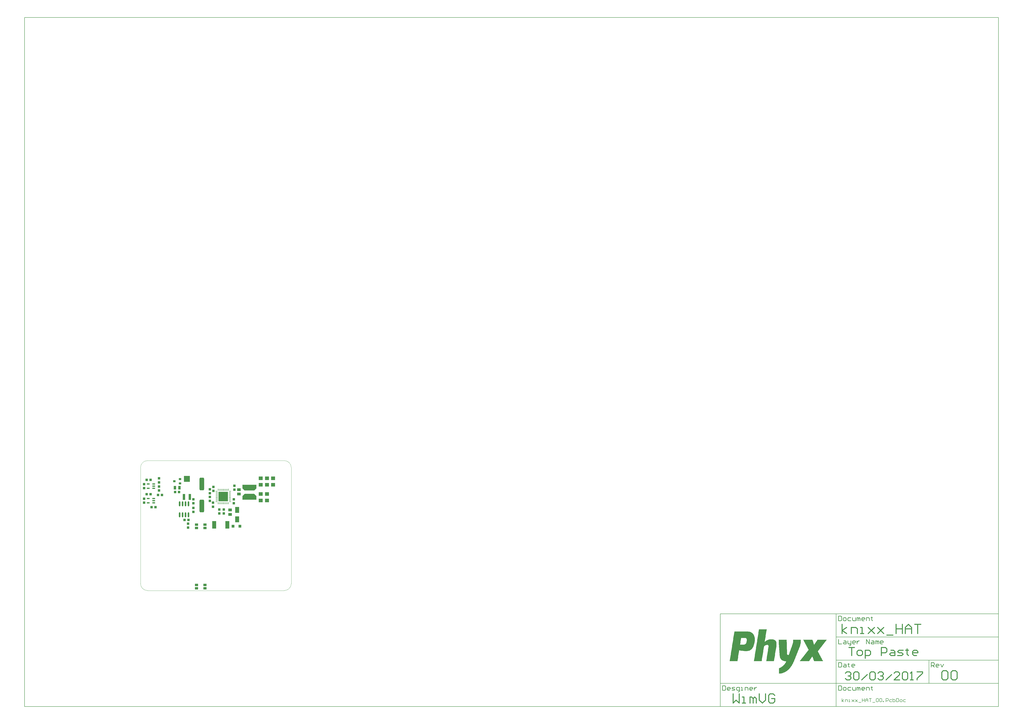
<source format=gtp>
G04 Layer_Color=8421504*
%FSLAX25Y25*%
%MOIN*%
G70*
G01*
G75*
%ADD11C,0.00787*%
%ADD14R,0.05512X0.04134*%
%ADD15R,0.09842X0.09842*%
%ADD16R,0.03937X0.09842*%
%ADD17R,0.03937X0.05905*%
%ADD18R,0.06693X0.10236*%
%ADD19O,0.02362X0.08661*%
%ADD20R,0.04331X0.03937*%
%ADD21R,0.03937X0.04331*%
%ADD22R,0.04528X0.02362*%
%ADD23R,0.07087X0.06299*%
%ADD24R,0.05905X0.05118*%
%ADD25R,0.23622X0.04724*%
%ADD26R,0.07087X0.12598*%
%ADD27R,0.04921X0.04803*%
%ADD28O,0.00984X0.03347*%
%ADD29O,0.00984X0.03543*%
%ADD30O,0.03347X0.00984*%
%ADD31O,0.03543X0.00984*%
%ADD32R,0.16142X0.16142*%
G04:AMPARAMS|DCode=33|XSize=216.54mil|YSize=78.74mil|CornerRadius=19.68mil|HoleSize=0mil|Usage=FLASHONLY|Rotation=270.000|XOffset=0mil|YOffset=0mil|HoleType=Round|Shape=RoundedRectangle|*
%AMROUNDEDRECTD33*
21,1,0.21654,0.03937,0,0,270.0*
21,1,0.17716,0.07874,0,0,270.0*
1,1,0.03937,-0.01968,-0.08858*
1,1,0.03937,-0.01968,0.08858*
1,1,0.03937,0.01968,0.08858*
1,1,0.03937,0.01968,-0.08858*
%
%ADD33ROUNDEDRECTD33*%
%ADD34R,0.03937X0.03347*%
%ADD35R,0.03937X0.03347*%
%ADD36C,0.01575*%
%ADD37C,0.00394*%
%ADD38C,0.00984*%
G36*
X196653Y70866D02*
X193110Y67323D01*
X176575D01*
X173031Y70866D01*
Y77165D01*
X196653D01*
Y70866D01*
D02*
G37*
G36*
Y58268D02*
Y51968D01*
X173031D01*
Y58268D01*
X176575Y61811D01*
X193110D01*
X196653Y58268D01*
D02*
G37*
G36*
X1165172Y-186079D02*
X1164886D01*
Y-186365D01*
X1164599D01*
Y-186652D01*
Y-186938D01*
X1164313D01*
Y-187224D01*
X1164027D01*
Y-187511D01*
X1163740D01*
Y-187797D01*
Y-188083D01*
X1163454D01*
Y-188370D01*
X1163168D01*
Y-188656D01*
X1162881D01*
Y-188942D01*
X1162595D01*
Y-189229D01*
Y-189515D01*
X1162309D01*
Y-189801D01*
X1162022D01*
Y-190088D01*
X1161736D01*
Y-190374D01*
Y-190660D01*
X1161450D01*
Y-190946D01*
X1161163D01*
Y-191233D01*
X1160877D01*
Y-191519D01*
X1160591D01*
Y-191806D01*
Y-192092D01*
X1160305D01*
Y-192378D01*
X1160018D01*
Y-192664D01*
X1159732D01*
Y-192951D01*
Y-193237D01*
X1159445D01*
Y-193523D01*
X1159159D01*
Y-193810D01*
X1158873D01*
Y-194096D01*
Y-194382D01*
X1158587D01*
Y-194669D01*
X1158300D01*
Y-194955D01*
X1158014D01*
Y-195241D01*
X1157728D01*
Y-195528D01*
Y-195814D01*
X1157441D01*
Y-196100D01*
X1157155D01*
Y-196387D01*
X1156869D01*
Y-196673D01*
Y-196959D01*
X1156582D01*
Y-197245D01*
X1156296D01*
Y-197532D01*
X1156010D01*
Y-197818D01*
Y-198104D01*
X1155723D01*
Y-198391D01*
X1155437D01*
Y-198677D01*
X1155151D01*
Y-198963D01*
X1154865D01*
Y-199250D01*
Y-199536D01*
X1154578D01*
Y-199822D01*
X1154292D01*
Y-200109D01*
X1154006D01*
Y-200395D01*
Y-200681D01*
X1153719D01*
Y-200968D01*
X1153433D01*
Y-201254D01*
X1153147D01*
Y-201540D01*
Y-201826D01*
X1152860D01*
Y-202113D01*
X1152574D01*
Y-202399D01*
X1152288D01*
Y-202685D01*
X1152001D01*
Y-202972D01*
Y-203258D01*
X1151715D01*
Y-203544D01*
X1151429D01*
Y-203831D01*
X1151142D01*
Y-204117D01*
Y-204403D01*
X1150856D01*
Y-204690D01*
X1150570D01*
Y-204976D01*
X1150284D01*
Y-205262D01*
X1149997D01*
Y-205549D01*
Y-205835D01*
X1150284D01*
Y-206121D01*
Y-206407D01*
X1150570D01*
Y-206694D01*
Y-206980D01*
X1150856D01*
Y-207266D01*
X1151142D01*
Y-207553D01*
Y-207839D01*
X1151429D01*
Y-208125D01*
Y-208412D01*
X1151715D01*
Y-208698D01*
Y-208984D01*
X1152001D01*
Y-209271D01*
Y-209557D01*
X1152288D01*
Y-209843D01*
Y-210129D01*
X1152574D01*
Y-210416D01*
Y-210702D01*
X1152860D01*
Y-210988D01*
Y-211275D01*
X1153147D01*
Y-211561D01*
Y-211847D01*
X1153433D01*
Y-212134D01*
X1153719D01*
Y-212420D01*
Y-212706D01*
X1154006D01*
Y-212993D01*
Y-213279D01*
X1154292D01*
Y-213565D01*
Y-213851D01*
X1154578D01*
Y-214138D01*
Y-214424D01*
X1154865D01*
Y-214710D01*
Y-214997D01*
X1155151D01*
Y-215283D01*
Y-215569D01*
X1155437D01*
Y-215856D01*
Y-216142D01*
X1155723D01*
Y-216428D01*
X1156010D01*
Y-216715D01*
Y-217001D01*
X1156296D01*
Y-217287D01*
Y-217574D01*
X1156582D01*
Y-217860D01*
Y-218146D01*
X1156869D01*
Y-218433D01*
Y-218719D01*
X1157155D01*
Y-219005D01*
Y-219291D01*
X1157441D01*
Y-219578D01*
Y-219864D01*
X1157728D01*
Y-220150D01*
Y-220437D01*
X1158014D01*
Y-220723D01*
X1158300D01*
Y-221009D01*
Y-221296D01*
X1158587D01*
Y-221582D01*
Y-221868D01*
X1158873D01*
Y-222155D01*
X1143698D01*
Y-221868D01*
X1143412D01*
Y-221582D01*
Y-221296D01*
Y-221009D01*
X1143126D01*
Y-220723D01*
Y-220437D01*
Y-220150D01*
X1142839D01*
Y-219864D01*
Y-219578D01*
X1142553D01*
Y-219291D01*
Y-219005D01*
Y-218719D01*
X1142267D01*
Y-218433D01*
Y-218146D01*
Y-217860D01*
X1141980D01*
Y-217574D01*
Y-217287D01*
X1141694D01*
Y-217001D01*
Y-216715D01*
Y-216428D01*
X1141408D01*
Y-216142D01*
Y-215856D01*
Y-215569D01*
X1141121D01*
Y-215283D01*
Y-214997D01*
Y-214710D01*
X1140835D01*
Y-214424D01*
X1140263D01*
Y-214710D01*
Y-214997D01*
X1139976D01*
Y-215283D01*
X1139690D01*
Y-215569D01*
Y-215856D01*
X1139404D01*
Y-216142D01*
X1139117D01*
Y-216428D01*
Y-216715D01*
X1138831D01*
Y-217001D01*
X1138545D01*
Y-217287D01*
Y-217574D01*
X1138258D01*
Y-217860D01*
X1137972D01*
Y-218146D01*
X1137686D01*
Y-218433D01*
Y-218719D01*
X1137399D01*
Y-219005D01*
X1137113D01*
Y-219291D01*
Y-219578D01*
X1136827D01*
Y-219864D01*
X1136541D01*
Y-220150D01*
Y-220437D01*
X1136254D01*
Y-220723D01*
X1135968D01*
Y-221009D01*
Y-221296D01*
X1135682D01*
Y-221582D01*
X1135395D01*
Y-221868D01*
Y-222155D01*
X1119362D01*
Y-221868D01*
X1119648D01*
Y-221582D01*
X1119934D01*
Y-221296D01*
X1120221D01*
Y-221009D01*
X1120507D01*
Y-220723D01*
Y-220437D01*
X1120793D01*
Y-220150D01*
X1121080D01*
Y-219864D01*
X1121366D01*
Y-219578D01*
X1121652D01*
Y-219291D01*
Y-219005D01*
X1121939D01*
Y-218719D01*
X1122225D01*
Y-218433D01*
X1122511D01*
Y-218146D01*
Y-217860D01*
X1122797D01*
Y-217574D01*
X1123084D01*
Y-217287D01*
X1123370D01*
Y-217001D01*
X1123656D01*
Y-216715D01*
Y-216428D01*
X1123943D01*
Y-216142D01*
X1124229D01*
Y-215856D01*
X1124515D01*
Y-215569D01*
X1124802D01*
Y-215283D01*
Y-214997D01*
X1125088D01*
Y-214710D01*
X1125374D01*
Y-214424D01*
X1125661D01*
Y-214138D01*
Y-213851D01*
X1125947D01*
Y-213565D01*
X1126233D01*
Y-213279D01*
X1126519D01*
Y-212993D01*
X1126806D01*
Y-212706D01*
Y-212420D01*
X1127092D01*
Y-212134D01*
X1127378D01*
Y-211847D01*
X1127665D01*
Y-211561D01*
Y-211275D01*
X1127951D01*
Y-210988D01*
X1128237D01*
Y-210702D01*
X1128524D01*
Y-210416D01*
X1128810D01*
Y-210129D01*
Y-209843D01*
X1129096D01*
Y-209557D01*
X1129383D01*
Y-209271D01*
X1129669D01*
Y-208984D01*
Y-208698D01*
X1129955D01*
Y-208412D01*
X1130242D01*
Y-208125D01*
X1130528D01*
Y-207839D01*
X1130814D01*
Y-207553D01*
Y-207266D01*
X1131100D01*
Y-206980D01*
X1131387D01*
Y-206694D01*
X1131673D01*
Y-206407D01*
X1131960D01*
Y-206121D01*
Y-205835D01*
X1132246D01*
Y-205549D01*
X1132532D01*
Y-205262D01*
X1132818D01*
Y-204976D01*
Y-204690D01*
X1133105D01*
Y-204403D01*
X1133391D01*
Y-204117D01*
X1133677D01*
Y-203831D01*
X1133964D01*
Y-203544D01*
Y-203258D01*
X1134250D01*
Y-202972D01*
Y-202685D01*
Y-202399D01*
X1133964D01*
Y-202113D01*
X1133677D01*
Y-201826D01*
Y-201540D01*
X1133391D01*
Y-201254D01*
Y-200968D01*
X1133105D01*
Y-200681D01*
Y-200395D01*
X1132818D01*
Y-200109D01*
Y-199822D01*
X1132532D01*
Y-199536D01*
Y-199250D01*
X1132246D01*
Y-198963D01*
Y-198677D01*
X1131960D01*
Y-198391D01*
X1131673D01*
Y-198104D01*
Y-197818D01*
X1131387D01*
Y-197532D01*
Y-197245D01*
X1131100D01*
Y-196959D01*
Y-196673D01*
X1130814D01*
Y-196387D01*
Y-196100D01*
X1130528D01*
Y-195814D01*
Y-195528D01*
X1130242D01*
Y-195241D01*
Y-194955D01*
X1129955D01*
Y-194669D01*
X1129669D01*
Y-194382D01*
Y-194096D01*
X1129383D01*
Y-193810D01*
Y-193523D01*
X1129096D01*
Y-193237D01*
Y-192951D01*
X1128810D01*
Y-192664D01*
Y-192378D01*
X1128524D01*
Y-192092D01*
Y-191806D01*
X1128237D01*
Y-191519D01*
Y-191233D01*
X1127951D01*
Y-190946D01*
Y-190660D01*
X1127665D01*
Y-190374D01*
X1127378D01*
Y-190088D01*
Y-189801D01*
X1127092D01*
Y-189515D01*
Y-189229D01*
X1126806D01*
Y-188942D01*
Y-188656D01*
X1126519D01*
Y-188370D01*
Y-188083D01*
X1126233D01*
Y-187797D01*
Y-187511D01*
X1125947D01*
Y-187224D01*
Y-186938D01*
X1125661D01*
Y-186652D01*
X1125374D01*
Y-186365D01*
Y-186079D01*
X1125088D01*
Y-185793D01*
X1140835D01*
Y-186079D01*
X1141121D01*
Y-186365D01*
Y-186652D01*
Y-186938D01*
X1141408D01*
Y-187224D01*
Y-187511D01*
Y-187797D01*
X1141694D01*
Y-188083D01*
Y-188370D01*
Y-188656D01*
X1141980D01*
Y-188942D01*
Y-189229D01*
Y-189515D01*
X1142267D01*
Y-189801D01*
Y-190088D01*
Y-190374D01*
X1142553D01*
Y-190660D01*
Y-190946D01*
Y-191233D01*
X1142839D01*
Y-191519D01*
Y-191806D01*
Y-192092D01*
X1143126D01*
Y-192378D01*
Y-192664D01*
Y-192951D01*
X1143412D01*
Y-193237D01*
Y-193523D01*
Y-193810D01*
Y-194096D01*
X1143985D01*
Y-193810D01*
X1144271D01*
Y-193523D01*
X1144557D01*
Y-193237D01*
Y-192951D01*
X1144844D01*
Y-192664D01*
X1145130D01*
Y-192378D01*
Y-192092D01*
X1145416D01*
Y-191806D01*
X1145702D01*
Y-191519D01*
Y-191233D01*
X1145989D01*
Y-190946D01*
X1146275D01*
Y-190660D01*
Y-190374D01*
X1146561D01*
Y-190088D01*
X1146848D01*
Y-189801D01*
Y-189515D01*
X1147134D01*
Y-189229D01*
X1147420D01*
Y-188942D01*
Y-188656D01*
X1147707D01*
Y-188370D01*
X1147993D01*
Y-188083D01*
Y-187797D01*
X1148279D01*
Y-187511D01*
X1148566D01*
Y-187224D01*
Y-186938D01*
X1148852D01*
Y-186652D01*
X1149138D01*
Y-186365D01*
Y-186079D01*
X1149425D01*
Y-185793D01*
X1165172D01*
Y-186079D01*
D02*
G37*
G36*
X1032036Y-172050D02*
X1033754D01*
Y-172336D01*
X1034613D01*
Y-172623D01*
X1035472D01*
Y-172909D01*
X1036331D01*
Y-173195D01*
X1036904D01*
Y-173481D01*
X1037190D01*
Y-173768D01*
X1037763D01*
Y-174054D01*
X1038049D01*
Y-174340D01*
X1038622D01*
Y-174627D01*
X1038908D01*
Y-174913D01*
X1039194D01*
Y-175199D01*
X1039480D01*
Y-175486D01*
X1039767D01*
Y-175772D01*
X1040053D01*
Y-176058D01*
X1040339D01*
Y-176345D01*
Y-176631D01*
X1040626D01*
Y-176917D01*
X1040912D01*
Y-177204D01*
Y-177490D01*
X1041198D01*
Y-177776D01*
X1041485D01*
Y-178062D01*
Y-178349D01*
X1041771D01*
Y-178635D01*
Y-178921D01*
Y-179208D01*
X1042057D01*
Y-179494D01*
Y-179780D01*
Y-180067D01*
X1042344D01*
Y-180353D01*
Y-180639D01*
Y-180926D01*
Y-181212D01*
X1042630D01*
Y-181498D01*
Y-181784D01*
Y-182071D01*
Y-182357D01*
Y-182643D01*
X1042916D01*
Y-182930D01*
Y-183216D01*
Y-183502D01*
Y-183789D01*
Y-184075D01*
Y-184361D01*
Y-184648D01*
Y-184934D01*
Y-185220D01*
Y-185507D01*
Y-185793D01*
Y-186079D01*
Y-186365D01*
Y-186652D01*
Y-186938D01*
Y-187224D01*
Y-187511D01*
Y-187797D01*
Y-188083D01*
Y-188370D01*
X1042630D01*
Y-188656D01*
Y-188942D01*
Y-189229D01*
Y-189515D01*
Y-189801D01*
Y-190088D01*
Y-190374D01*
X1042344D01*
Y-190660D01*
Y-190946D01*
Y-191233D01*
Y-191519D01*
Y-191806D01*
X1042057D01*
Y-192092D01*
Y-192378D01*
Y-192664D01*
Y-192951D01*
Y-193237D01*
X1041771D01*
Y-193523D01*
Y-193810D01*
Y-194096D01*
X1041485D01*
Y-194382D01*
Y-194669D01*
Y-194955D01*
Y-195241D01*
X1041198D01*
Y-195528D01*
Y-195814D01*
Y-196100D01*
X1040912D01*
Y-196387D01*
Y-196673D01*
X1040626D01*
Y-196959D01*
Y-197245D01*
Y-197532D01*
X1040339D01*
Y-197818D01*
Y-198104D01*
X1040053D01*
Y-198391D01*
Y-198677D01*
X1039767D01*
Y-198963D01*
Y-199250D01*
X1039480D01*
Y-199536D01*
X1039194D01*
Y-199822D01*
Y-200109D01*
X1038908D01*
Y-200395D01*
X1038622D01*
Y-200681D01*
X1038335D01*
Y-200968D01*
Y-201254D01*
X1038049D01*
Y-201540D01*
X1037763D01*
Y-201826D01*
X1037476D01*
Y-202113D01*
X1037190D01*
Y-202399D01*
X1036904D01*
Y-202685D01*
X1036331D01*
Y-202972D01*
X1036045D01*
Y-203258D01*
X1035472D01*
Y-203544D01*
X1035186D01*
Y-203831D01*
X1034613D01*
Y-204117D01*
X1033754D01*
Y-204403D01*
X1032895D01*
Y-204690D01*
X1032036D01*
Y-204976D01*
X1030318D01*
Y-205262D01*
X1025165D01*
Y-204976D01*
X1022588D01*
Y-204690D01*
X1020584D01*
Y-204403D01*
X1019152D01*
Y-204117D01*
X1017721D01*
Y-203831D01*
X1016289D01*
Y-204117D01*
Y-204403D01*
Y-204690D01*
Y-204976D01*
Y-205262D01*
Y-205549D01*
Y-205835D01*
X1016003D01*
Y-206121D01*
Y-206407D01*
Y-206694D01*
Y-206980D01*
Y-207266D01*
Y-207553D01*
X1015716D01*
Y-207839D01*
Y-208125D01*
Y-208412D01*
Y-208698D01*
Y-208984D01*
Y-209271D01*
X1015430D01*
Y-209557D01*
Y-209843D01*
Y-210129D01*
Y-210416D01*
Y-210702D01*
Y-210988D01*
Y-211275D01*
X1015144D01*
Y-211561D01*
Y-211847D01*
Y-212134D01*
Y-212420D01*
Y-212706D01*
Y-212993D01*
X1014857D01*
Y-213279D01*
Y-213565D01*
Y-213851D01*
Y-214138D01*
Y-214424D01*
Y-214710D01*
X1014571D01*
Y-214997D01*
Y-215283D01*
Y-215569D01*
Y-215856D01*
Y-216142D01*
Y-216428D01*
Y-216715D01*
X1014285D01*
Y-217001D01*
Y-217287D01*
Y-217574D01*
Y-217860D01*
Y-218146D01*
Y-218433D01*
X1013999D01*
Y-218719D01*
Y-219005D01*
Y-219291D01*
Y-219578D01*
Y-219864D01*
Y-220150D01*
X1013712D01*
Y-220437D01*
Y-220723D01*
Y-221009D01*
Y-221296D01*
Y-221582D01*
Y-221868D01*
Y-222155D01*
X1000256D01*
Y-221868D01*
X1000542D01*
Y-221582D01*
Y-221296D01*
Y-221009D01*
Y-220723D01*
Y-220437D01*
X1000828D01*
Y-220150D01*
Y-219864D01*
Y-219578D01*
Y-219291D01*
Y-219005D01*
Y-218719D01*
Y-218433D01*
X1001114D01*
Y-218146D01*
Y-217860D01*
Y-217574D01*
Y-217287D01*
Y-217001D01*
Y-216715D01*
X1001401D01*
Y-216428D01*
Y-216142D01*
Y-215856D01*
Y-215569D01*
Y-215283D01*
Y-214997D01*
X1001687D01*
Y-214710D01*
Y-214424D01*
Y-214138D01*
Y-213851D01*
Y-213565D01*
Y-213279D01*
Y-212993D01*
X1001974D01*
Y-212706D01*
Y-212420D01*
Y-212134D01*
Y-211847D01*
Y-211561D01*
Y-211275D01*
X1002260D01*
Y-210988D01*
Y-210702D01*
Y-210416D01*
Y-210129D01*
Y-209843D01*
Y-209557D01*
X1002546D01*
Y-209271D01*
Y-208984D01*
Y-208698D01*
Y-208412D01*
Y-208125D01*
Y-207839D01*
X1002832D01*
Y-207553D01*
Y-207266D01*
Y-206980D01*
Y-206694D01*
Y-206407D01*
Y-206121D01*
Y-205835D01*
X1003119D01*
Y-205549D01*
Y-205262D01*
Y-204976D01*
Y-204690D01*
Y-204403D01*
Y-204117D01*
X1003405D01*
Y-203831D01*
Y-203544D01*
Y-203258D01*
Y-202972D01*
Y-202685D01*
Y-202399D01*
X1003691D01*
Y-202113D01*
Y-201826D01*
Y-201540D01*
Y-201254D01*
Y-200968D01*
Y-200681D01*
X1003978D01*
Y-200395D01*
Y-200109D01*
Y-199822D01*
Y-199536D01*
Y-199250D01*
Y-198963D01*
Y-198677D01*
X1004264D01*
Y-198391D01*
Y-198104D01*
Y-197818D01*
Y-197532D01*
Y-197245D01*
Y-196959D01*
X1004550D01*
Y-196673D01*
Y-196387D01*
Y-196100D01*
Y-195814D01*
Y-195528D01*
Y-195241D01*
X1004837D01*
Y-194955D01*
Y-194669D01*
Y-194382D01*
Y-194096D01*
Y-193810D01*
Y-193523D01*
Y-193237D01*
X1005123D01*
Y-192951D01*
Y-192664D01*
Y-192378D01*
Y-192092D01*
Y-191806D01*
Y-191519D01*
X1005409D01*
Y-191233D01*
Y-190946D01*
Y-190660D01*
Y-190374D01*
Y-190088D01*
Y-189801D01*
X1005696D01*
Y-189515D01*
Y-189229D01*
Y-188942D01*
Y-188656D01*
Y-188370D01*
Y-188083D01*
X1005982D01*
Y-187797D01*
Y-187511D01*
Y-187224D01*
Y-186938D01*
Y-186652D01*
Y-186365D01*
Y-186079D01*
X1006268D01*
Y-185793D01*
Y-185507D01*
Y-185220D01*
Y-184934D01*
Y-184648D01*
Y-184361D01*
X1006555D01*
Y-184075D01*
Y-183789D01*
Y-183502D01*
Y-183216D01*
Y-182930D01*
Y-182643D01*
X1006841D01*
Y-182357D01*
Y-182071D01*
Y-181784D01*
Y-181498D01*
Y-181212D01*
Y-180926D01*
Y-180639D01*
X1007127D01*
Y-180353D01*
Y-180067D01*
Y-179780D01*
Y-179494D01*
Y-179208D01*
Y-178921D01*
X1007413D01*
Y-178635D01*
Y-178349D01*
Y-178062D01*
Y-177776D01*
Y-177490D01*
Y-177204D01*
X1007700D01*
Y-176917D01*
Y-176631D01*
Y-176345D01*
Y-176058D01*
Y-175772D01*
Y-175486D01*
Y-175199D01*
X1007986D01*
Y-174913D01*
Y-174627D01*
Y-174340D01*
Y-174054D01*
Y-173768D01*
Y-173481D01*
X1008272D01*
Y-173195D01*
Y-172909D01*
Y-172623D01*
Y-172336D01*
Y-172050D01*
Y-171764D01*
X1032036D01*
Y-172050D01*
D02*
G37*
G36*
X1121080Y-186079D02*
Y-186365D01*
Y-186652D01*
Y-186938D01*
Y-187224D01*
Y-187511D01*
Y-187797D01*
Y-188083D01*
Y-188370D01*
Y-188656D01*
Y-188942D01*
Y-189229D01*
Y-189515D01*
Y-189801D01*
Y-190088D01*
Y-190374D01*
Y-190660D01*
Y-190946D01*
Y-191233D01*
Y-191519D01*
Y-191806D01*
X1120793D01*
Y-192092D01*
Y-192378D01*
Y-192664D01*
Y-192951D01*
Y-193237D01*
X1120507D01*
Y-193523D01*
Y-193810D01*
Y-194096D01*
Y-194382D01*
X1120221D01*
Y-194669D01*
Y-194955D01*
Y-195241D01*
Y-195528D01*
X1119934D01*
Y-195814D01*
Y-196100D01*
Y-196387D01*
X1119648D01*
Y-196673D01*
Y-196959D01*
Y-197245D01*
X1119362D01*
Y-197532D01*
Y-197818D01*
Y-198104D01*
X1119075D01*
Y-198391D01*
Y-198677D01*
Y-198963D01*
X1118789D01*
Y-199250D01*
Y-199536D01*
X1118503D01*
Y-199822D01*
Y-200109D01*
X1118217D01*
Y-200395D01*
Y-200681D01*
Y-200968D01*
X1117930D01*
Y-201254D01*
Y-201540D01*
X1117644D01*
Y-201826D01*
Y-202113D01*
Y-202399D01*
X1117358D01*
Y-202685D01*
Y-202972D01*
X1117071D01*
Y-203258D01*
Y-203544D01*
Y-203831D01*
X1116785D01*
Y-204117D01*
Y-204403D01*
X1116499D01*
Y-204690D01*
Y-204976D01*
Y-205262D01*
X1116212D01*
Y-205549D01*
Y-205835D01*
X1115926D01*
Y-206121D01*
Y-206407D01*
Y-206694D01*
X1115640D01*
Y-206980D01*
Y-207266D01*
X1115353D01*
Y-207553D01*
Y-207839D01*
Y-208125D01*
X1115067D01*
Y-208412D01*
Y-208698D01*
X1114781D01*
Y-208984D01*
Y-209271D01*
Y-209557D01*
X1114494D01*
Y-209843D01*
Y-210129D01*
X1114208D01*
Y-210416D01*
Y-210702D01*
Y-210988D01*
X1113922D01*
Y-211275D01*
Y-211561D01*
X1113636D01*
Y-211847D01*
Y-212134D01*
Y-212420D01*
X1113349D01*
Y-212706D01*
Y-212993D01*
X1113063D01*
Y-213279D01*
Y-213565D01*
Y-213851D01*
X1112776D01*
Y-214138D01*
Y-214424D01*
X1112490D01*
Y-214710D01*
Y-214997D01*
Y-215283D01*
X1112204D01*
Y-215569D01*
Y-215856D01*
X1111918D01*
Y-216142D01*
Y-216428D01*
Y-216715D01*
X1111631D01*
Y-217001D01*
Y-217287D01*
X1111345D01*
Y-217574D01*
Y-217860D01*
Y-218146D01*
X1111059D01*
Y-218433D01*
Y-218719D01*
X1110772D01*
Y-219005D01*
Y-219291D01*
Y-219578D01*
X1110486D01*
Y-219864D01*
Y-220150D01*
X1110200D01*
Y-220437D01*
Y-220723D01*
Y-221009D01*
X1109913D01*
Y-221296D01*
Y-221582D01*
X1109627D01*
Y-221868D01*
Y-222155D01*
Y-222441D01*
X1109341D01*
Y-222727D01*
Y-223014D01*
X1109054D01*
Y-223300D01*
Y-223586D01*
X1108768D01*
Y-223872D01*
Y-224159D01*
X1108482D01*
Y-224445D01*
Y-224731D01*
Y-225018D01*
X1108195D01*
Y-225304D01*
X1107909D01*
Y-225590D01*
Y-225877D01*
Y-226163D01*
X1107623D01*
Y-226449D01*
X1107337D01*
Y-226736D01*
Y-227022D01*
X1107050D01*
Y-227308D01*
Y-227595D01*
X1106764D01*
Y-227881D01*
Y-228167D01*
X1106478D01*
Y-228453D01*
Y-228740D01*
X1106191D01*
Y-229026D01*
X1105905D01*
Y-229312D01*
Y-229599D01*
X1105619D01*
Y-229885D01*
Y-230171D01*
X1105332D01*
Y-230458D01*
X1105046D01*
Y-230744D01*
X1104760D01*
Y-231030D01*
Y-231317D01*
X1104473D01*
Y-231603D01*
X1104187D01*
Y-231889D01*
Y-232176D01*
X1103901D01*
Y-232462D01*
X1103615D01*
Y-232748D01*
X1103328D01*
Y-233034D01*
Y-233321D01*
X1103042D01*
Y-233607D01*
X1102756D01*
Y-233893D01*
X1102469D01*
Y-234180D01*
X1102183D01*
Y-234466D01*
X1101897D01*
Y-234752D01*
Y-235039D01*
X1101610D01*
Y-235325D01*
X1101324D01*
Y-235611D01*
X1101038D01*
Y-235898D01*
X1100751D01*
Y-236184D01*
X1100465D01*
Y-236470D01*
X1100179D01*
Y-236757D01*
X1099892D01*
Y-237043D01*
X1099320D01*
Y-237329D01*
X1099034D01*
Y-237615D01*
X1098747D01*
Y-237902D01*
X1098461D01*
Y-238188D01*
X1098175D01*
Y-238474D01*
X1097602D01*
Y-238761D01*
X1097316D01*
Y-239047D01*
X1096743D01*
Y-239333D01*
X1096457D01*
Y-239620D01*
X1095884D01*
Y-239906D01*
X1095598D01*
Y-240192D01*
X1095025D01*
Y-240479D01*
X1094452D01*
Y-240765D01*
X1093880D01*
Y-241051D01*
X1093307D01*
Y-241338D01*
X1092735D01*
Y-241624D01*
X1091876D01*
Y-241910D01*
X1091303D01*
Y-242196D01*
X1090444D01*
Y-242483D01*
X1089299D01*
Y-242769D01*
X1088154D01*
Y-243056D01*
X1086436D01*
Y-243342D01*
X1084432D01*
Y-243628D01*
X1084145D01*
Y-243342D01*
Y-243056D01*
Y-242769D01*
Y-242483D01*
Y-242196D01*
Y-241910D01*
Y-241624D01*
Y-241338D01*
Y-241051D01*
Y-240765D01*
Y-240479D01*
Y-240192D01*
Y-239906D01*
Y-239620D01*
Y-239333D01*
Y-239047D01*
Y-238761D01*
Y-238474D01*
Y-238188D01*
Y-237902D01*
Y-237615D01*
Y-237329D01*
Y-237043D01*
Y-236757D01*
Y-236470D01*
Y-236184D01*
Y-235898D01*
Y-235611D01*
Y-235325D01*
Y-235039D01*
Y-234752D01*
Y-234466D01*
Y-234180D01*
X1084718D01*
Y-233893D01*
X1085291D01*
Y-233607D01*
X1085863D01*
Y-233321D01*
X1086436D01*
Y-233034D01*
X1087008D01*
Y-232748D01*
X1087581D01*
Y-232462D01*
X1087867D01*
Y-232176D01*
X1088440D01*
Y-231889D01*
X1088726D01*
Y-231603D01*
X1089299D01*
Y-231317D01*
X1089585D01*
Y-231030D01*
X1089872D01*
Y-230744D01*
X1090444D01*
Y-230458D01*
X1090730D01*
Y-230171D01*
X1091017D01*
Y-229885D01*
X1091303D01*
Y-229599D01*
X1091589D01*
Y-229312D01*
X1091876D01*
Y-229026D01*
X1092162D01*
Y-228740D01*
X1092448D01*
Y-228453D01*
X1092735D01*
Y-228167D01*
X1093021D01*
Y-227881D01*
X1093307D01*
Y-227595D01*
X1093594D01*
Y-227308D01*
Y-227022D01*
X1093880D01*
Y-226736D01*
X1094166D01*
Y-226449D01*
X1094452D01*
Y-226163D01*
Y-225877D01*
X1094739D01*
Y-225590D01*
X1095025D01*
Y-225304D01*
Y-225018D01*
X1095311D01*
Y-224731D01*
Y-224445D01*
X1095598D01*
Y-224159D01*
X1095884D01*
Y-223872D01*
Y-223586D01*
X1096170D01*
Y-223300D01*
Y-223014D01*
X1096457D01*
Y-222727D01*
Y-222441D01*
X1094739D01*
Y-222155D01*
X1092735D01*
Y-221868D01*
X1091589D01*
Y-221582D01*
X1091017D01*
Y-221296D01*
X1090158D01*
Y-221009D01*
X1089585D01*
Y-220723D01*
X1089299D01*
Y-220437D01*
X1088726D01*
Y-220150D01*
X1088440D01*
Y-219864D01*
X1088154D01*
Y-219578D01*
X1087867D01*
Y-219291D01*
X1087581D01*
Y-219005D01*
X1087295D01*
Y-218719D01*
Y-218433D01*
X1087008D01*
Y-218146D01*
X1086722D01*
Y-217860D01*
Y-217574D01*
X1086436D01*
Y-217287D01*
Y-217001D01*
X1086149D01*
Y-216715D01*
Y-216428D01*
X1085863D01*
Y-216142D01*
Y-215856D01*
Y-215569D01*
X1085577D01*
Y-215283D01*
Y-214997D01*
Y-214710D01*
Y-214424D01*
X1085291D01*
Y-214138D01*
Y-213851D01*
Y-213565D01*
Y-213279D01*
Y-212993D01*
Y-212706D01*
Y-212420D01*
X1085004D01*
Y-212134D01*
Y-211847D01*
Y-211561D01*
Y-211275D01*
Y-210988D01*
Y-210702D01*
Y-210416D01*
Y-210129D01*
Y-209843D01*
Y-209557D01*
Y-209271D01*
Y-208984D01*
Y-208698D01*
Y-208412D01*
Y-208125D01*
X1084718D01*
Y-207839D01*
Y-207553D01*
Y-207266D01*
Y-206980D01*
Y-206694D01*
Y-206407D01*
Y-206121D01*
Y-205835D01*
Y-205549D01*
Y-205262D01*
Y-204976D01*
Y-204690D01*
Y-204403D01*
Y-204117D01*
Y-203831D01*
X1084432D01*
Y-203544D01*
Y-203258D01*
Y-202972D01*
Y-202685D01*
Y-202399D01*
Y-202113D01*
Y-201826D01*
Y-201540D01*
Y-201254D01*
Y-200968D01*
Y-200681D01*
Y-200395D01*
Y-200109D01*
Y-199822D01*
Y-199536D01*
Y-199250D01*
X1084145D01*
Y-198963D01*
Y-198677D01*
Y-198391D01*
Y-198104D01*
Y-197818D01*
Y-197532D01*
Y-197245D01*
Y-196959D01*
Y-196673D01*
Y-196387D01*
Y-196100D01*
Y-195814D01*
Y-195528D01*
Y-195241D01*
Y-194955D01*
Y-194669D01*
X1083859D01*
Y-194382D01*
Y-194096D01*
Y-193810D01*
Y-193523D01*
Y-193237D01*
Y-192951D01*
Y-192664D01*
Y-192378D01*
Y-192092D01*
Y-191806D01*
Y-191519D01*
Y-191233D01*
Y-190946D01*
Y-190660D01*
X1083573D01*
Y-190374D01*
Y-190088D01*
Y-189801D01*
Y-189515D01*
Y-189229D01*
Y-188942D01*
Y-188656D01*
Y-188370D01*
Y-188083D01*
Y-187797D01*
Y-187511D01*
Y-187224D01*
Y-186938D01*
Y-186652D01*
Y-186365D01*
Y-186079D01*
X1083286D01*
Y-185793D01*
X1097029D01*
Y-186079D01*
Y-186365D01*
Y-186652D01*
Y-186938D01*
Y-187224D01*
Y-187511D01*
Y-187797D01*
Y-188083D01*
Y-188370D01*
Y-188656D01*
Y-188942D01*
Y-189229D01*
Y-189515D01*
Y-189801D01*
X1097316D01*
Y-190088D01*
Y-190374D01*
Y-190660D01*
Y-190946D01*
Y-191233D01*
Y-191519D01*
Y-191806D01*
Y-192092D01*
Y-192378D01*
Y-192664D01*
Y-192951D01*
Y-193237D01*
Y-193523D01*
Y-193810D01*
Y-194096D01*
Y-194382D01*
Y-194669D01*
Y-194955D01*
Y-195241D01*
Y-195528D01*
Y-195814D01*
Y-196100D01*
Y-196387D01*
Y-196673D01*
Y-196959D01*
Y-197245D01*
Y-197532D01*
Y-197818D01*
Y-198104D01*
Y-198391D01*
Y-198677D01*
Y-198963D01*
Y-199250D01*
Y-199536D01*
Y-199822D01*
Y-200109D01*
Y-200395D01*
Y-200681D01*
Y-200968D01*
Y-201254D01*
Y-201540D01*
X1097602D01*
Y-201826D01*
X1097316D01*
Y-202113D01*
Y-202399D01*
X1097602D01*
Y-202685D01*
Y-202972D01*
Y-203258D01*
Y-203544D01*
Y-203831D01*
Y-204117D01*
Y-204403D01*
Y-204690D01*
Y-204976D01*
Y-205262D01*
Y-205549D01*
Y-205835D01*
Y-206121D01*
Y-206407D01*
Y-206694D01*
Y-206980D01*
Y-207266D01*
Y-207553D01*
Y-207839D01*
Y-208125D01*
Y-208412D01*
Y-208698D01*
Y-208984D01*
Y-209271D01*
Y-209557D01*
Y-209843D01*
X1097888D01*
Y-210129D01*
Y-210416D01*
Y-210702D01*
X1098175D01*
Y-210988D01*
X1098461D01*
Y-211275D01*
X1098747D01*
Y-211561D01*
X1099606D01*
Y-211847D01*
X1100465D01*
Y-211561D01*
X1100751D01*
Y-211275D01*
Y-210988D01*
Y-210702D01*
X1101038D01*
Y-210416D01*
Y-210129D01*
X1101324D01*
Y-209843D01*
Y-209557D01*
Y-209271D01*
X1101610D01*
Y-208984D01*
Y-208698D01*
Y-208412D01*
X1101897D01*
Y-208125D01*
Y-207839D01*
Y-207553D01*
X1102183D01*
Y-207266D01*
Y-206980D01*
Y-206694D01*
X1102469D01*
Y-206407D01*
Y-206121D01*
X1102756D01*
Y-205835D01*
Y-205549D01*
Y-205262D01*
X1103042D01*
Y-204976D01*
Y-204690D01*
Y-204403D01*
X1103328D01*
Y-204117D01*
Y-203831D01*
Y-203544D01*
X1103615D01*
Y-203258D01*
Y-202972D01*
X1103901D01*
Y-202685D01*
Y-202399D01*
Y-202113D01*
X1104187D01*
Y-201826D01*
Y-201540D01*
Y-201254D01*
X1104473D01*
Y-200968D01*
Y-200681D01*
Y-200395D01*
X1104760D01*
Y-200109D01*
Y-199822D01*
X1105046D01*
Y-199536D01*
Y-199250D01*
Y-198963D01*
X1105332D01*
Y-198677D01*
Y-198391D01*
Y-198104D01*
X1105619D01*
Y-197818D01*
Y-197532D01*
Y-197245D01*
X1105905D01*
Y-196959D01*
Y-196673D01*
X1106191D01*
Y-196387D01*
Y-196100D01*
Y-195814D01*
X1106478D01*
Y-195528D01*
Y-195241D01*
Y-194955D01*
X1106764D01*
Y-194669D01*
Y-194382D01*
Y-194096D01*
X1107050D01*
Y-193810D01*
Y-193523D01*
Y-193237D01*
Y-192951D01*
X1107337D01*
Y-192664D01*
Y-192378D01*
Y-192092D01*
Y-191806D01*
X1107623D01*
Y-191519D01*
Y-191233D01*
Y-190946D01*
Y-190660D01*
Y-190374D01*
X1107909D01*
Y-190088D01*
Y-189801D01*
Y-189515D01*
Y-189229D01*
Y-188942D01*
Y-188656D01*
X1108195D01*
Y-188370D01*
Y-188083D01*
Y-187797D01*
Y-187511D01*
Y-187224D01*
Y-186938D01*
Y-186652D01*
Y-186365D01*
Y-186079D01*
Y-185793D01*
X1121080D01*
Y-186079D01*
D02*
G37*
G36*
X1063244Y-168614D02*
Y-168900D01*
X1062958D01*
Y-169187D01*
Y-169473D01*
Y-169759D01*
Y-170046D01*
Y-170332D01*
Y-170618D01*
X1062672D01*
Y-170905D01*
Y-171191D01*
Y-171477D01*
Y-171764D01*
Y-172050D01*
Y-172336D01*
X1062385D01*
Y-172623D01*
Y-172909D01*
Y-173195D01*
Y-173481D01*
Y-173768D01*
Y-174054D01*
Y-174340D01*
X1062099D01*
Y-174627D01*
Y-174913D01*
Y-175199D01*
Y-175486D01*
Y-175772D01*
Y-176058D01*
X1061813D01*
Y-176345D01*
Y-176631D01*
Y-176917D01*
Y-177204D01*
Y-177490D01*
Y-177776D01*
X1061526D01*
Y-178062D01*
Y-178349D01*
Y-178635D01*
Y-178921D01*
Y-179208D01*
Y-179494D01*
Y-179780D01*
X1061240D01*
Y-180067D01*
Y-180353D01*
Y-180639D01*
Y-180926D01*
Y-181212D01*
Y-181498D01*
X1060954D01*
Y-181784D01*
Y-182071D01*
Y-182357D01*
Y-182643D01*
Y-182930D01*
Y-183216D01*
X1060668D01*
Y-183502D01*
Y-183789D01*
Y-184075D01*
Y-184361D01*
Y-184648D01*
Y-184934D01*
X1060381D01*
Y-185220D01*
Y-185507D01*
Y-185793D01*
Y-186079D01*
Y-186365D01*
Y-186652D01*
Y-186938D01*
X1060095D01*
Y-187224D01*
Y-187511D01*
Y-187797D01*
Y-188083D01*
Y-188370D01*
Y-188656D01*
X1059809D01*
Y-188942D01*
Y-189229D01*
X1060381D01*
Y-188942D01*
X1060668D01*
Y-188656D01*
X1060954D01*
Y-188370D01*
X1061526D01*
Y-188083D01*
X1061813D01*
Y-187797D01*
X1062099D01*
Y-187511D01*
X1062672D01*
Y-187224D01*
X1063244D01*
Y-186938D01*
X1063531D01*
Y-186652D01*
X1064103D01*
Y-186365D01*
X1064962D01*
Y-186079D01*
X1065535D01*
Y-185793D01*
X1066394D01*
Y-185507D01*
X1067825D01*
Y-185220D01*
X1074124D01*
Y-185507D01*
X1075270D01*
Y-185793D01*
X1076128D01*
Y-186079D01*
X1076701D01*
Y-186365D01*
X1076987D01*
Y-186652D01*
X1077560D01*
Y-186938D01*
X1077846D01*
Y-187224D01*
X1078133D01*
Y-187511D01*
X1078419D01*
Y-187797D01*
X1078705D01*
Y-188083D01*
Y-188370D01*
X1078992D01*
Y-188656D01*
Y-188942D01*
X1079278D01*
Y-189229D01*
Y-189515D01*
Y-189801D01*
X1079564D01*
Y-190088D01*
Y-190374D01*
Y-190660D01*
Y-190946D01*
X1079850D01*
Y-191233D01*
Y-191519D01*
Y-191806D01*
Y-192092D01*
Y-192378D01*
Y-192664D01*
Y-192951D01*
Y-193237D01*
Y-193523D01*
Y-193810D01*
Y-194096D01*
Y-194382D01*
Y-194669D01*
Y-194955D01*
Y-195241D01*
Y-195528D01*
Y-195814D01*
Y-196100D01*
X1079564D01*
Y-196387D01*
Y-196673D01*
Y-196959D01*
Y-197245D01*
Y-197532D01*
Y-197818D01*
Y-198104D01*
X1079278D01*
Y-198391D01*
Y-198677D01*
Y-198963D01*
Y-199250D01*
Y-199536D01*
Y-199822D01*
Y-200109D01*
X1078992D01*
Y-200395D01*
Y-200681D01*
Y-200968D01*
Y-201254D01*
Y-201540D01*
Y-201826D01*
X1078705D01*
Y-202113D01*
Y-202399D01*
Y-202685D01*
Y-202972D01*
Y-203258D01*
Y-203544D01*
X1078419D01*
Y-203831D01*
Y-204117D01*
Y-204403D01*
Y-204690D01*
Y-204976D01*
Y-205262D01*
X1078133D01*
Y-205549D01*
Y-205835D01*
Y-206121D01*
Y-206407D01*
Y-206694D01*
Y-206980D01*
Y-207266D01*
X1077846D01*
Y-207553D01*
Y-207839D01*
Y-208125D01*
Y-208412D01*
Y-208698D01*
Y-208984D01*
X1077560D01*
Y-209271D01*
Y-209557D01*
Y-209843D01*
Y-210129D01*
Y-210416D01*
Y-210702D01*
X1077274D01*
Y-210988D01*
Y-211275D01*
Y-211561D01*
Y-211847D01*
Y-212134D01*
Y-212420D01*
Y-212706D01*
X1076987D01*
Y-212993D01*
Y-213279D01*
Y-213565D01*
Y-213851D01*
Y-214138D01*
Y-214424D01*
X1076701D01*
Y-214710D01*
Y-214997D01*
Y-215283D01*
Y-215569D01*
Y-215856D01*
Y-216142D01*
X1076415D01*
Y-216428D01*
Y-216715D01*
Y-217001D01*
Y-217287D01*
Y-217574D01*
Y-217860D01*
X1076128D01*
Y-218146D01*
Y-218433D01*
Y-218719D01*
Y-219005D01*
Y-219291D01*
Y-219578D01*
Y-219864D01*
X1075842D01*
Y-220150D01*
Y-220437D01*
Y-220723D01*
Y-221009D01*
Y-221296D01*
Y-221582D01*
X1075556D01*
Y-221868D01*
Y-222155D01*
X1062385D01*
Y-221868D01*
Y-221582D01*
X1062672D01*
Y-221296D01*
Y-221009D01*
Y-220723D01*
Y-220437D01*
Y-220150D01*
Y-219864D01*
X1062958D01*
Y-219578D01*
Y-219291D01*
Y-219005D01*
Y-218719D01*
Y-218433D01*
Y-218146D01*
Y-217860D01*
X1063244D01*
Y-217574D01*
Y-217287D01*
Y-217001D01*
Y-216715D01*
Y-216428D01*
Y-216142D01*
X1063531D01*
Y-215856D01*
Y-215569D01*
Y-215283D01*
Y-214997D01*
Y-214710D01*
Y-214424D01*
X1063817D01*
Y-214138D01*
Y-213851D01*
Y-213565D01*
Y-213279D01*
Y-212993D01*
Y-212706D01*
Y-212420D01*
X1064103D01*
Y-212134D01*
Y-211847D01*
Y-211561D01*
Y-211275D01*
Y-210988D01*
Y-210702D01*
X1064390D01*
Y-210416D01*
Y-210129D01*
Y-209843D01*
Y-209557D01*
Y-209271D01*
Y-208984D01*
Y-208698D01*
X1064676D01*
Y-208412D01*
Y-208125D01*
Y-207839D01*
Y-207553D01*
Y-207266D01*
Y-206980D01*
X1064962D01*
Y-206694D01*
Y-206407D01*
Y-206121D01*
Y-205835D01*
Y-205549D01*
Y-205262D01*
X1065249D01*
Y-204976D01*
Y-204690D01*
Y-204403D01*
Y-204117D01*
Y-203831D01*
Y-203544D01*
X1065535D01*
Y-203258D01*
Y-202972D01*
Y-202685D01*
Y-202399D01*
Y-202113D01*
Y-201826D01*
Y-201540D01*
X1065821D01*
Y-201254D01*
Y-200968D01*
Y-200681D01*
Y-200395D01*
Y-200109D01*
Y-199822D01*
X1066107D01*
Y-199536D01*
Y-199250D01*
Y-198963D01*
Y-198677D01*
Y-198391D01*
Y-198104D01*
Y-197818D01*
X1066394D01*
Y-197532D01*
Y-197245D01*
Y-196959D01*
Y-196673D01*
Y-196387D01*
Y-196100D01*
X1066107D01*
Y-195814D01*
Y-195528D01*
X1065821D01*
Y-195241D01*
X1065535D01*
Y-194955D01*
X1064962D01*
Y-194669D01*
X1063244D01*
Y-194955D01*
X1061813D01*
Y-195241D01*
X1060954D01*
Y-195528D01*
X1060381D01*
Y-195814D01*
X1060095D01*
Y-196100D01*
X1059522D01*
Y-196387D01*
X1059236D01*
Y-196673D01*
X1058950D01*
Y-196959D01*
Y-197245D01*
X1058663D01*
Y-197532D01*
Y-197818D01*
Y-198104D01*
X1058377D01*
Y-198391D01*
Y-198677D01*
Y-198963D01*
Y-199250D01*
Y-199536D01*
Y-199822D01*
X1058091D01*
Y-200109D01*
Y-200395D01*
Y-200681D01*
Y-200968D01*
Y-201254D01*
Y-201540D01*
Y-201826D01*
X1057804D01*
Y-202113D01*
Y-202399D01*
Y-202685D01*
Y-202972D01*
Y-203258D01*
Y-203544D01*
X1057518D01*
Y-203831D01*
Y-204117D01*
Y-204403D01*
Y-204690D01*
Y-204976D01*
Y-205262D01*
X1057232D01*
Y-205549D01*
Y-205835D01*
Y-206121D01*
Y-206407D01*
Y-206694D01*
Y-206980D01*
X1056946D01*
Y-207266D01*
Y-207553D01*
Y-207839D01*
Y-208125D01*
Y-208412D01*
Y-208698D01*
Y-208984D01*
X1056659D01*
Y-209271D01*
Y-209557D01*
Y-209843D01*
Y-210129D01*
Y-210416D01*
Y-210702D01*
X1056373D01*
Y-210988D01*
Y-211275D01*
Y-211561D01*
Y-211847D01*
Y-212134D01*
Y-212420D01*
X1056087D01*
Y-212706D01*
Y-212993D01*
Y-213279D01*
Y-213565D01*
Y-213851D01*
Y-214138D01*
Y-214424D01*
X1055800D01*
Y-214710D01*
Y-214997D01*
Y-215283D01*
Y-215569D01*
Y-215856D01*
Y-216142D01*
X1055514D01*
Y-216428D01*
Y-216715D01*
Y-217001D01*
Y-217287D01*
Y-217574D01*
Y-217860D01*
X1055228D01*
Y-218146D01*
Y-218433D01*
Y-218719D01*
Y-219005D01*
Y-219291D01*
Y-219578D01*
X1054941D01*
Y-219864D01*
Y-220150D01*
Y-220437D01*
Y-220723D01*
Y-221009D01*
Y-221296D01*
Y-221582D01*
X1054655D01*
Y-221868D01*
Y-222155D01*
X1041485D01*
Y-221868D01*
Y-221582D01*
X1041771D01*
Y-221296D01*
Y-221009D01*
Y-220723D01*
Y-220437D01*
Y-220150D01*
Y-219864D01*
Y-219578D01*
X1042057D01*
Y-219291D01*
Y-219005D01*
Y-218719D01*
Y-218433D01*
Y-218146D01*
Y-217860D01*
X1042344D01*
Y-217574D01*
Y-217287D01*
Y-217001D01*
Y-216715D01*
Y-216428D01*
Y-216142D01*
X1042630D01*
Y-215856D01*
Y-215569D01*
Y-215283D01*
Y-214997D01*
Y-214710D01*
Y-214424D01*
Y-214138D01*
X1042916D01*
Y-213851D01*
Y-213565D01*
Y-213279D01*
Y-212993D01*
Y-212706D01*
Y-212420D01*
X1043202D01*
Y-212134D01*
Y-211847D01*
Y-211561D01*
Y-211275D01*
Y-210988D01*
Y-210702D01*
X1043489D01*
Y-210416D01*
Y-210129D01*
Y-209843D01*
Y-209557D01*
Y-209271D01*
Y-208984D01*
X1043775D01*
Y-208698D01*
Y-208412D01*
Y-208125D01*
Y-207839D01*
Y-207553D01*
Y-207266D01*
Y-206980D01*
X1044061D01*
Y-206694D01*
Y-206407D01*
Y-206121D01*
Y-205835D01*
Y-205549D01*
Y-205262D01*
X1044348D01*
Y-204976D01*
Y-204690D01*
Y-204403D01*
Y-204117D01*
Y-203831D01*
Y-203544D01*
X1044634D01*
Y-203258D01*
Y-202972D01*
Y-202685D01*
Y-202399D01*
Y-202113D01*
Y-201826D01*
Y-201540D01*
X1044920D01*
Y-201254D01*
Y-200968D01*
Y-200681D01*
Y-200395D01*
Y-200109D01*
Y-199822D01*
X1045207D01*
Y-199536D01*
Y-199250D01*
Y-198963D01*
Y-198677D01*
Y-198391D01*
Y-198104D01*
X1045493D01*
Y-197818D01*
Y-197532D01*
Y-197245D01*
Y-196959D01*
Y-196673D01*
Y-196387D01*
X1045779D01*
Y-196100D01*
Y-195814D01*
Y-195528D01*
Y-195241D01*
Y-194955D01*
Y-194669D01*
Y-194382D01*
X1046066D01*
Y-194096D01*
Y-193810D01*
Y-193523D01*
Y-193237D01*
Y-192951D01*
Y-192664D01*
X1046352D01*
Y-192378D01*
Y-192092D01*
Y-191806D01*
Y-191519D01*
Y-191233D01*
Y-190946D01*
X1046638D01*
Y-190660D01*
Y-190374D01*
Y-190088D01*
Y-189801D01*
Y-189515D01*
Y-189229D01*
X1046925D01*
Y-188942D01*
Y-188656D01*
Y-188370D01*
Y-188083D01*
Y-187797D01*
Y-187511D01*
Y-187224D01*
X1047211D01*
Y-186938D01*
Y-186652D01*
Y-186365D01*
Y-186079D01*
Y-185793D01*
Y-185507D01*
X1047497D01*
Y-185220D01*
Y-184934D01*
Y-184648D01*
Y-184361D01*
Y-184075D01*
Y-183789D01*
X1047783D01*
Y-183502D01*
Y-183216D01*
Y-182930D01*
Y-182643D01*
Y-182357D01*
Y-182071D01*
Y-181784D01*
X1048070D01*
Y-181498D01*
Y-181212D01*
Y-180926D01*
Y-180639D01*
Y-180353D01*
Y-180067D01*
X1048356D01*
Y-179780D01*
Y-179494D01*
Y-179208D01*
Y-178921D01*
Y-178635D01*
Y-178349D01*
X1048642D01*
Y-178062D01*
Y-177776D01*
Y-177490D01*
Y-177204D01*
Y-176917D01*
Y-176631D01*
X1048929D01*
Y-176345D01*
Y-176058D01*
Y-175772D01*
Y-175486D01*
Y-175199D01*
Y-174913D01*
Y-174627D01*
X1049215D01*
Y-174340D01*
Y-174054D01*
Y-173768D01*
Y-173481D01*
Y-173195D01*
Y-172909D01*
X1049501D01*
Y-172623D01*
Y-172336D01*
Y-172050D01*
Y-171764D01*
Y-171477D01*
Y-171191D01*
X1049788D01*
Y-170905D01*
Y-170618D01*
Y-170332D01*
Y-170046D01*
Y-169759D01*
Y-169473D01*
Y-169187D01*
X1050074D01*
Y-168900D01*
Y-168614D01*
Y-168328D01*
X1063244D01*
Y-168614D01*
D02*
G37*
%LPC*%
G36*
X1027742Y-182930D02*
X1019725D01*
Y-183216D01*
Y-183502D01*
Y-183789D01*
Y-184075D01*
Y-184361D01*
X1019438D01*
Y-184648D01*
Y-184934D01*
Y-185220D01*
Y-185507D01*
Y-185793D01*
Y-186079D01*
X1019152D01*
Y-186365D01*
Y-186652D01*
Y-186938D01*
Y-187224D01*
Y-187511D01*
Y-187797D01*
X1018866D01*
Y-188083D01*
Y-188370D01*
Y-188656D01*
Y-188942D01*
Y-189229D01*
Y-189515D01*
X1018580D01*
Y-189801D01*
Y-190088D01*
Y-190374D01*
Y-190660D01*
Y-190946D01*
Y-191233D01*
Y-191519D01*
X1018293D01*
Y-191806D01*
Y-192092D01*
Y-192378D01*
Y-192664D01*
Y-192951D01*
Y-193237D01*
X1018007D01*
Y-193523D01*
Y-193810D01*
Y-194096D01*
X1025165D01*
Y-193810D01*
X1026310D01*
Y-193523D01*
X1026883D01*
Y-193237D01*
X1027169D01*
Y-192951D01*
X1027455D01*
Y-192664D01*
X1027742D01*
Y-192378D01*
X1028028D01*
Y-192092D01*
Y-191806D01*
X1028314D01*
Y-191519D01*
Y-191233D01*
X1028601D01*
Y-190946D01*
Y-190660D01*
X1028887D01*
Y-190374D01*
Y-190088D01*
Y-189801D01*
Y-189515D01*
X1029173D01*
Y-189229D01*
Y-188942D01*
Y-188656D01*
Y-188370D01*
Y-188083D01*
X1029459D01*
Y-187797D01*
Y-187511D01*
Y-187224D01*
Y-186938D01*
Y-186652D01*
Y-186365D01*
Y-186079D01*
Y-185793D01*
Y-185507D01*
Y-185220D01*
Y-184934D01*
X1029173D01*
Y-184648D01*
Y-184361D01*
X1028887D01*
Y-184075D01*
Y-183789D01*
X1028601D01*
Y-183502D01*
X1028314D01*
Y-183216D01*
X1027742D01*
Y-182930D01*
D02*
G37*
%LPD*%
D11*
X-196850Y-299213D02*
X1456693D01*
X-196850D02*
Y870079D01*
X1456693Y-299213D02*
Y870079D01*
X-196850D02*
X1456693D01*
X1181102Y-299213D02*
Y-141732D01*
X984252Y-299213D02*
Y-141732D01*
X1456693D01*
X984252Y-259842D02*
X1456693D01*
X1181102Y-220472D02*
X1456693D01*
X1181102Y-181102D02*
X1456693D01*
X1338583Y-259842D02*
Y-220472D01*
X1190945Y-291339D02*
Y-285435D01*
Y-289371D02*
X1193897Y-287403D01*
X1190945Y-289371D02*
X1193897Y-291339D01*
X1196848D02*
Y-287403D01*
X1199800D01*
X1200784Y-288387D01*
Y-291339D01*
X1202752D02*
X1204720D01*
X1203736D01*
Y-287403D01*
X1202752D01*
X1207672D02*
X1211607Y-291339D01*
X1209640Y-289371D01*
X1211607Y-287403D01*
X1207672Y-291339D01*
X1213575Y-287403D02*
X1217511Y-291339D01*
X1215543Y-289371D01*
X1217511Y-287403D01*
X1213575Y-291339D01*
X1219479Y-292322D02*
X1223415D01*
X1225383Y-285435D02*
Y-291339D01*
Y-288387D01*
X1229318D01*
Y-285435D01*
Y-291339D01*
X1231286D02*
Y-287403D01*
X1233254Y-285435D01*
X1235222Y-287403D01*
Y-291339D01*
Y-288387D01*
X1231286D01*
X1237190Y-285435D02*
X1241125D01*
X1239158D01*
Y-291339D01*
X1243093Y-292322D02*
X1247029D01*
X1248997Y-286419D02*
X1249981Y-285435D01*
X1251949D01*
X1252933Y-286419D01*
Y-290355D01*
X1251949Y-291339D01*
X1249981D01*
X1248997Y-290355D01*
Y-286419D01*
X1254900D02*
X1255884Y-285435D01*
X1257852D01*
X1258836Y-286419D01*
Y-290355D01*
X1257852Y-291339D01*
X1255884D01*
X1254900Y-290355D01*
Y-286419D01*
X1260804Y-291339D02*
Y-290355D01*
X1261788D01*
Y-291339D01*
X1260804D01*
X1265724D02*
Y-285435D01*
X1268676D01*
X1269660Y-286419D01*
Y-288387D01*
X1268676Y-289371D01*
X1265724D01*
X1275563Y-287403D02*
X1272611D01*
X1271627Y-288387D01*
Y-290355D01*
X1272611Y-291339D01*
X1275563D01*
X1277531Y-285435D02*
Y-291339D01*
X1280483D01*
X1281467Y-290355D01*
Y-289371D01*
Y-288387D01*
X1280483Y-287403D01*
X1277531D01*
X1283435Y-285435D02*
Y-291339D01*
X1286386D01*
X1287370Y-290355D01*
Y-286419D01*
X1286386Y-285435D01*
X1283435D01*
X1290322Y-291339D02*
X1292290D01*
X1293274Y-290355D01*
Y-288387D01*
X1292290Y-287403D01*
X1290322D01*
X1289338Y-288387D01*
Y-290355D01*
X1290322Y-291339D01*
X1299177Y-287403D02*
X1296226D01*
X1295242Y-288387D01*
Y-290355D01*
X1296226Y-291339D01*
X1299177D01*
D14*
X109252Y-92815D02*
D03*
Y-98524D02*
D03*
X95079D02*
D03*
Y-92815D02*
D03*
X109252Y9547D02*
D03*
Y3839D02*
D03*
X95079D02*
D03*
Y9547D02*
D03*
D15*
X78740Y87106D02*
D03*
D16*
X83661Y56595D02*
D03*
X73819D02*
D03*
D17*
X65945Y72047D02*
D03*
X58465D02*
D03*
D18*
X164173Y34449D02*
D03*
Y18307D02*
D03*
D19*
X66319Y25984D02*
D03*
X71319D02*
D03*
X76319D02*
D03*
X81319D02*
D03*
X66319Y44882D02*
D03*
X71319D02*
D03*
X76319D02*
D03*
X81319D02*
D03*
D20*
X74606Y17323D02*
D03*
X81299D02*
D03*
X10433Y61023D02*
D03*
X17126D02*
D03*
X10433Y85630D02*
D03*
X17126D02*
D03*
X18700Y38976D02*
D03*
X25393D02*
D03*
X36418Y59843D02*
D03*
X29725D02*
D03*
X65552Y64961D02*
D03*
X58859D02*
D03*
D21*
X80708Y4528D02*
D03*
Y11221D02*
D03*
X89567Y31103D02*
D03*
Y37796D02*
D03*
X89567Y52559D02*
D03*
Y45866D02*
D03*
X5906Y46850D02*
D03*
Y53543D02*
D03*
X31496Y74213D02*
D03*
Y67520D02*
D03*
X31496Y81299D02*
D03*
Y87992D02*
D03*
X5906Y71456D02*
D03*
Y78149D02*
D03*
X141536Y28346D02*
D03*
Y35039D02*
D03*
X133661Y35040D02*
D03*
Y28347D02*
D03*
X123228Y46654D02*
D03*
Y39961D02*
D03*
X123622Y73426D02*
D03*
Y66733D02*
D03*
X159252Y75394D02*
D03*
Y68701D02*
D03*
X158268Y45866D02*
D03*
Y52559D02*
D03*
X117716Y56496D02*
D03*
Y49803D02*
D03*
X117717Y62795D02*
D03*
Y69488D02*
D03*
D22*
X13091Y46457D02*
D03*
Y53937D02*
D03*
X22343D02*
D03*
Y50197D02*
D03*
Y46457D02*
D03*
X22343Y71063D02*
D03*
Y74803D02*
D03*
Y78543D02*
D03*
X13091D02*
D03*
Y71063D02*
D03*
D23*
X214567Y77165D02*
D03*
Y88189D02*
D03*
X225197Y77165D02*
D03*
Y88189D02*
D03*
X214567Y50394D02*
D03*
Y61417D02*
D03*
X203937Y50394D02*
D03*
Y61417D02*
D03*
Y77165D02*
D03*
Y88189D02*
D03*
D24*
X167126Y68898D02*
D03*
Y61417D02*
D03*
X151969Y26969D02*
D03*
Y34449D02*
D03*
D25*
X184843Y55315D02*
D03*
Y73819D02*
D03*
D26*
X147244Y9055D02*
D03*
X125197D02*
D03*
D27*
X157185Y6693D02*
D03*
X168799D02*
D03*
D28*
X131693Y45866D02*
D03*
X149409D02*
D03*
Y68701D02*
D03*
X131693D02*
D03*
D29*
X133661Y45965D02*
D03*
X135630D02*
D03*
X137598D02*
D03*
X139567D02*
D03*
X141535D02*
D03*
X143504D02*
D03*
X145473D02*
D03*
X147441D02*
D03*
Y68602D02*
D03*
X145473D02*
D03*
X143504D02*
D03*
X141535D02*
D03*
X139567D02*
D03*
X137598D02*
D03*
X135630D02*
D03*
X133661D02*
D03*
D30*
X151969Y48425D02*
D03*
Y66142D02*
D03*
X129134D02*
D03*
Y48425D02*
D03*
D31*
X151870Y50394D02*
D03*
Y52362D02*
D03*
Y54331D02*
D03*
Y56299D02*
D03*
Y58268D02*
D03*
Y60236D02*
D03*
Y62205D02*
D03*
Y64173D02*
D03*
X129232D02*
D03*
Y62205D02*
D03*
Y60236D02*
D03*
Y58268D02*
D03*
Y56299D02*
D03*
Y54331D02*
D03*
Y52362D02*
D03*
Y50394D02*
D03*
D32*
X140551Y57283D02*
D03*
D33*
X104035Y41043D02*
D03*
Y78445D02*
D03*
D34*
X57480Y83071D02*
D03*
X66929Y79331D02*
D03*
D35*
X66929Y86811D02*
D03*
D36*
X1202756Y-198823D02*
X1211939D01*
X1207348D01*
Y-212598D01*
X1218827D02*
X1223419D01*
X1225714Y-210303D01*
Y-205711D01*
X1223419Y-203415D01*
X1218827D01*
X1216531Y-205711D01*
Y-210303D01*
X1218827Y-212598D01*
X1230306Y-217190D02*
Y-203415D01*
X1237194D01*
X1239489Y-205711D01*
Y-210303D01*
X1237194Y-212598D01*
X1230306D01*
X1257856D02*
Y-198823D01*
X1264744D01*
X1267040Y-201119D01*
Y-205711D01*
X1264744Y-208007D01*
X1257856D01*
X1273927Y-203415D02*
X1278519D01*
X1280815Y-205711D01*
Y-212598D01*
X1273927D01*
X1271631Y-210303D01*
X1273927Y-208007D01*
X1280815D01*
X1285406Y-212598D02*
X1292294D01*
X1294590Y-210303D01*
X1292294Y-208007D01*
X1287702D01*
X1285406Y-205711D01*
X1287702Y-203415D01*
X1294590D01*
X1301477Y-201119D02*
Y-203415D01*
X1299181D01*
X1303773D01*
X1301477D01*
Y-210303D01*
X1303773Y-212598D01*
X1317548D02*
X1312957D01*
X1310661Y-210303D01*
Y-205711D01*
X1312957Y-203415D01*
X1317548D01*
X1319844Y-205711D01*
Y-208007D01*
X1310661D01*
X1190945Y-175197D02*
Y-159454D01*
Y-169949D02*
X1198816Y-164702D01*
X1190945Y-169949D02*
X1198816Y-175197D01*
X1206688D02*
Y-164702D01*
X1214559D01*
X1217183Y-167325D01*
Y-175197D01*
X1222431D02*
X1227678D01*
X1225055D01*
Y-164702D01*
X1222431D01*
X1235550D02*
X1246045Y-175197D01*
X1240798Y-169949D01*
X1246045Y-164702D01*
X1235550Y-175197D01*
X1251293Y-164702D02*
X1261788Y-175197D01*
X1256540Y-169949D01*
X1261788Y-164702D01*
X1251293Y-175197D01*
X1267036Y-177821D02*
X1277531D01*
X1282779Y-159454D02*
Y-175197D01*
Y-167325D01*
X1293274D01*
Y-159454D01*
Y-175197D01*
X1298522D02*
Y-164702D01*
X1303769Y-159454D01*
X1309017Y-164702D01*
Y-175197D01*
Y-167325D01*
X1298522D01*
X1314265Y-159454D02*
X1324760D01*
X1319512D01*
Y-175197D01*
X1196850Y-242458D02*
X1199146Y-240162D01*
X1203738D01*
X1206034Y-242458D01*
Y-244754D01*
X1203738Y-247049D01*
X1201442D01*
X1203738D01*
X1206034Y-249345D01*
Y-251641D01*
X1203738Y-253937D01*
X1199146D01*
X1196850Y-251641D01*
X1210625Y-242458D02*
X1212921Y-240162D01*
X1217513D01*
X1219809Y-242458D01*
Y-251641D01*
X1217513Y-253937D01*
X1212921D01*
X1210625Y-251641D01*
Y-242458D01*
X1224401Y-253937D02*
X1233584Y-244754D01*
X1238176Y-242458D02*
X1240471Y-240162D01*
X1245063D01*
X1247359Y-242458D01*
Y-251641D01*
X1245063Y-253937D01*
X1240471D01*
X1238176Y-251641D01*
Y-242458D01*
X1251951D02*
X1254247Y-240162D01*
X1258838D01*
X1261134Y-242458D01*
Y-244754D01*
X1258838Y-247049D01*
X1256542D01*
X1258838D01*
X1261134Y-249345D01*
Y-251641D01*
X1258838Y-253937D01*
X1254247D01*
X1251951Y-251641D01*
X1265726Y-253937D02*
X1274909Y-244754D01*
X1288684Y-253937D02*
X1279501D01*
X1288684Y-244754D01*
Y-242458D01*
X1286388Y-240162D01*
X1281797D01*
X1279501Y-242458D01*
X1293276D02*
X1295572Y-240162D01*
X1300163D01*
X1302459Y-242458D01*
Y-251641D01*
X1300163Y-253937D01*
X1295572D01*
X1293276Y-251641D01*
Y-242458D01*
X1307051Y-253937D02*
X1311643D01*
X1309347D01*
Y-240162D01*
X1307051Y-242458D01*
X1318530Y-240162D02*
X1327714D01*
Y-242458D01*
X1318530Y-251641D01*
Y-253937D01*
X1360236Y-240818D02*
X1362860Y-238194D01*
X1368108D01*
X1370732Y-240818D01*
Y-251313D01*
X1368108Y-253937D01*
X1362860D01*
X1360236Y-251313D01*
Y-240818D01*
X1375979D02*
X1378603Y-238194D01*
X1383851D01*
X1386475Y-240818D01*
Y-251313D01*
X1383851Y-253937D01*
X1378603D01*
X1375979Y-251313D01*
Y-240818D01*
X1005906Y-277564D02*
Y-293307D01*
X1011153Y-288059D01*
X1016401Y-293307D01*
Y-277564D01*
X1021649Y-293307D02*
X1026896D01*
X1024272D01*
Y-282812D01*
X1021649D01*
X1034768Y-293307D02*
Y-282812D01*
X1037391D01*
X1040015Y-285436D01*
Y-293307D01*
Y-285436D01*
X1042639Y-282812D01*
X1045263Y-285436D01*
Y-293307D01*
X1050511Y-277564D02*
Y-288059D01*
X1055758Y-293307D01*
X1061006Y-288059D01*
Y-277564D01*
X1076749Y-280188D02*
X1074125Y-277564D01*
X1068877D01*
X1066253Y-280188D01*
Y-290683D01*
X1068877Y-293307D01*
X1074125D01*
X1076749Y-290683D01*
Y-285436D01*
X1071501D01*
D37*
X0Y-90551D02*
G03*
X11811Y-102362I11811J0D01*
G01*
X244094D02*
G03*
X255906Y-90551I0J11811D01*
G01*
X11811Y118110D02*
G03*
X0Y106299I0J-11811D01*
G01*
X255906D02*
G03*
X244094Y118110I-11811J0D01*
G01*
X11811Y-102362D02*
X244094D01*
X11811Y118110D02*
X244094D01*
X0Y-90551D02*
Y106299D01*
X255906Y-90551D02*
Y106299D01*
D38*
X1185039Y-263782D02*
Y-271654D01*
X1188975D01*
X1190287Y-270342D01*
Y-265094D01*
X1188975Y-263782D01*
X1185039D01*
X1194223Y-271654D02*
X1196847D01*
X1198158Y-270342D01*
Y-267718D01*
X1196847Y-266406D01*
X1194223D01*
X1192911Y-267718D01*
Y-270342D01*
X1194223Y-271654D01*
X1206030Y-266406D02*
X1202094D01*
X1200782Y-267718D01*
Y-270342D01*
X1202094Y-271654D01*
X1206030D01*
X1208654Y-266406D02*
Y-270342D01*
X1209966Y-271654D01*
X1213902D01*
Y-266406D01*
X1216525Y-271654D02*
Y-266406D01*
X1217837D01*
X1219149Y-267718D01*
Y-271654D01*
Y-267718D01*
X1220461Y-266406D01*
X1221773Y-267718D01*
Y-271654D01*
X1228333D02*
X1225709D01*
X1224397Y-270342D01*
Y-267718D01*
X1225709Y-266406D01*
X1228333D01*
X1229644Y-267718D01*
Y-269030D01*
X1224397D01*
X1232268Y-271654D02*
Y-266406D01*
X1236204D01*
X1237516Y-267718D01*
Y-271654D01*
X1241452Y-265094D02*
Y-266406D01*
X1240140D01*
X1242764D01*
X1241452D01*
Y-270342D01*
X1242764Y-271654D01*
X1185039Y-224412D02*
Y-232283D01*
X1188975D01*
X1190287Y-230972D01*
Y-225724D01*
X1188975Y-224412D01*
X1185039D01*
X1194223Y-227036D02*
X1196847D01*
X1198158Y-228348D01*
Y-232283D01*
X1194223D01*
X1192911Y-230972D01*
X1194223Y-229660D01*
X1198158D01*
X1202094Y-225724D02*
Y-227036D01*
X1200782D01*
X1203406D01*
X1202094D01*
Y-230972D01*
X1203406Y-232283D01*
X1211278D02*
X1208654D01*
X1207342Y-230972D01*
Y-228348D01*
X1208654Y-227036D01*
X1211278D01*
X1212589Y-228348D01*
Y-229660D01*
X1207342D01*
X1185039Y-185042D02*
Y-192913D01*
X1190287D01*
X1194223Y-187666D02*
X1196847D01*
X1198158Y-188978D01*
Y-192913D01*
X1194223D01*
X1192911Y-191602D01*
X1194223Y-190290D01*
X1198158D01*
X1200782Y-187666D02*
Y-191602D01*
X1202094Y-192913D01*
X1206030D01*
Y-194225D01*
X1204718Y-195537D01*
X1203406D01*
X1206030Y-192913D02*
Y-187666D01*
X1212590Y-192913D02*
X1209966D01*
X1208654Y-191602D01*
Y-188978D01*
X1209966Y-187666D01*
X1212590D01*
X1213902Y-188978D01*
Y-190290D01*
X1208654D01*
X1216525Y-187666D02*
Y-192913D01*
Y-190290D01*
X1217837Y-188978D01*
X1219149Y-187666D01*
X1220461D01*
X1232268Y-192913D02*
Y-185042D01*
X1237516Y-192913D01*
Y-185042D01*
X1241452Y-187666D02*
X1244075D01*
X1245387Y-188978D01*
Y-192913D01*
X1241452D01*
X1240140Y-191602D01*
X1241452Y-190290D01*
X1245387D01*
X1248011Y-192913D02*
Y-187666D01*
X1249323D01*
X1250635Y-188978D01*
Y-192913D01*
Y-188978D01*
X1251947Y-187666D01*
X1253259Y-188978D01*
Y-192913D01*
X1259818D02*
X1257195D01*
X1255883Y-191602D01*
Y-188978D01*
X1257195Y-187666D01*
X1259818D01*
X1261130Y-188978D01*
Y-190290D01*
X1255883D01*
X1185039Y-145672D02*
Y-153543D01*
X1188975D01*
X1190287Y-152231D01*
Y-146984D01*
X1188975Y-145672D01*
X1185039D01*
X1194223Y-153543D02*
X1196847D01*
X1198158Y-152231D01*
Y-149608D01*
X1196847Y-148296D01*
X1194223D01*
X1192911Y-149608D01*
Y-152231D01*
X1194223Y-153543D01*
X1206030Y-148296D02*
X1202094D01*
X1200782Y-149608D01*
Y-152231D01*
X1202094Y-153543D01*
X1206030D01*
X1208654Y-148296D02*
Y-152231D01*
X1209966Y-153543D01*
X1213902D01*
Y-148296D01*
X1216525Y-153543D02*
Y-148296D01*
X1217837D01*
X1219149Y-149608D01*
Y-153543D01*
Y-149608D01*
X1220461Y-148296D01*
X1221773Y-149608D01*
Y-153543D01*
X1228333D02*
X1225709D01*
X1224397Y-152231D01*
Y-149608D01*
X1225709Y-148296D01*
X1228333D01*
X1229644Y-149608D01*
Y-150919D01*
X1224397D01*
X1232268Y-153543D02*
Y-148296D01*
X1236204D01*
X1237516Y-149608D01*
Y-153543D01*
X1241452Y-146984D02*
Y-148296D01*
X1240140D01*
X1242764D01*
X1241452D01*
Y-152231D01*
X1242764Y-153543D01*
X988189Y-263782D02*
Y-271654D01*
X992125D01*
X993437Y-270342D01*
Y-265094D01*
X992125Y-263782D01*
X988189D01*
X999996Y-271654D02*
X997372D01*
X996060Y-270342D01*
Y-267718D01*
X997372Y-266406D01*
X999996D01*
X1001308Y-267718D01*
Y-269030D01*
X996060D01*
X1003932Y-271654D02*
X1007868D01*
X1009180Y-270342D01*
X1007868Y-269030D01*
X1005244D01*
X1003932Y-267718D01*
X1005244Y-266406D01*
X1009180D01*
X1014427Y-274277D02*
X1015739D01*
X1017051Y-272966D01*
Y-266406D01*
X1013115D01*
X1011803Y-267718D01*
Y-270342D01*
X1013115Y-271654D01*
X1017051D01*
X1019675D02*
X1022299D01*
X1020987D01*
Y-266406D01*
X1019675D01*
X1026235Y-271654D02*
Y-266406D01*
X1030170D01*
X1031482Y-267718D01*
Y-271654D01*
X1038042D02*
X1035418D01*
X1034106Y-270342D01*
Y-267718D01*
X1035418Y-266406D01*
X1038042D01*
X1039354Y-267718D01*
Y-269030D01*
X1034106D01*
X1041977Y-266406D02*
Y-271654D01*
Y-269030D01*
X1043289Y-267718D01*
X1044601Y-266406D01*
X1045913D01*
X1342520Y-232283D02*
Y-224412D01*
X1346455D01*
X1347767Y-225724D01*
Y-228348D01*
X1346455Y-229660D01*
X1342520D01*
X1345144D02*
X1347767Y-232283D01*
X1354327D02*
X1351703D01*
X1350391Y-230972D01*
Y-228348D01*
X1351703Y-227036D01*
X1354327D01*
X1355639Y-228348D01*
Y-229660D01*
X1350391D01*
X1358263Y-227036D02*
X1360886Y-232283D01*
X1363510Y-227036D01*
M02*

</source>
